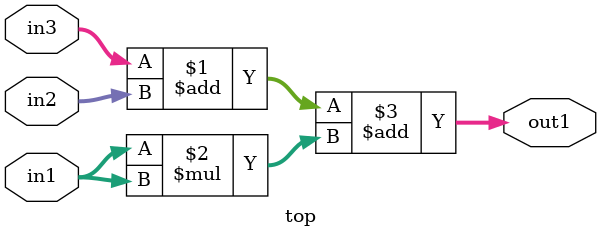
<source format=v>
module top(in1, in2, in3, out1);
  input [31:0] in1;
  input [31:0] in2;
  input [31:0] in3;
  output [64:0] out1;
  wire [31:0] in1;
  wire [31:0] in2;
  wire [31:0] in3;
  wire [64:0] out1;
  assign out1 = in3 + in2 + in1*in1;
endmodule

</source>
